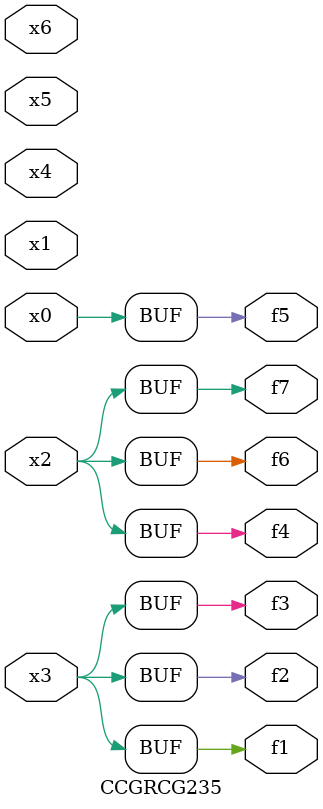
<source format=v>
module CCGRCG235(
	input x0, x1, x2, x3, x4, x5, x6,
	output f1, f2, f3, f4, f5, f6, f7
);
	assign f1 = x3;
	assign f2 = x3;
	assign f3 = x3;
	assign f4 = x2;
	assign f5 = x0;
	assign f6 = x2;
	assign f7 = x2;
endmodule

</source>
